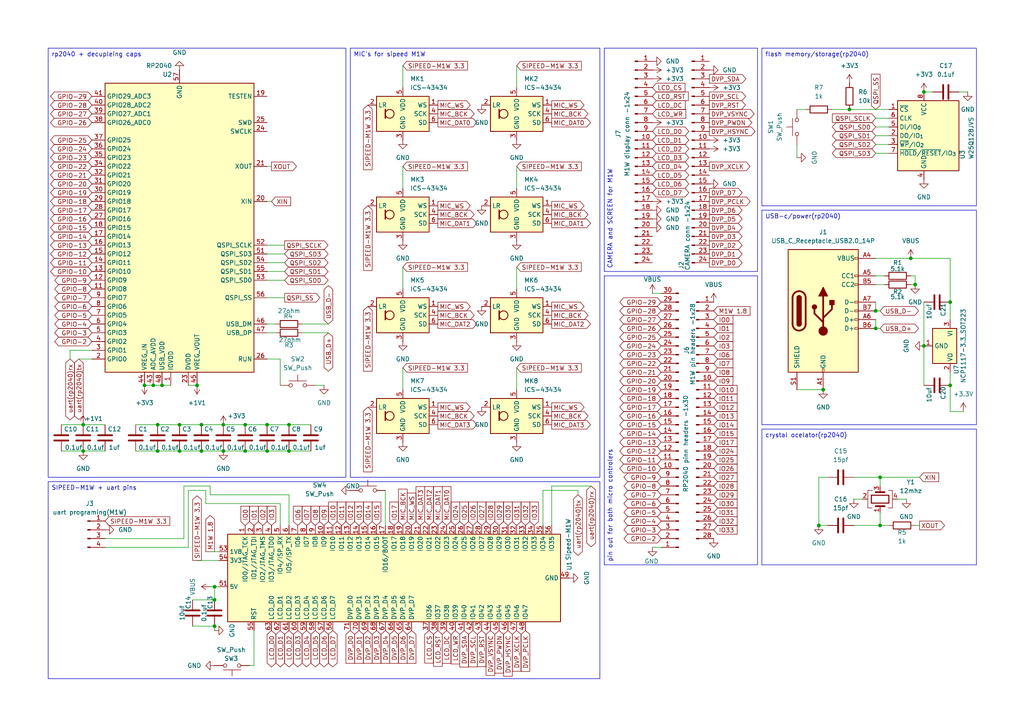
<source format=kicad_sch>
(kicad_sch (version 20250114) (generator "eeschema") (generator_version "9.0")
  (paper "A4")
  (text_box "MIC's for sipeed M1W" (at 101.6 13.97 0) (size 72.39 124.46) (margins 0.9525 0.9525 0.9525 0.9525) (effects (font (size 1.27 1.27)) (justify left top)))
  (text_box "flash memory/storage(rp2040)" (at 220.98 13.97 0) (size 62.23 45.72) (margins 0.9525 0.9525 0.9525 0.9525) (effects (font (size 1.27 1.27)) (justify left top)))
  (text_box "pin out for both micro controlers" (at 175.26 80.01 90) (size 44.45 83.82) (margins 0.9525 0.9525 0.9525 0.9525) (effects (font (size 1.27 1.27)) (justify left top)))
  (text_box "SIPEED-M1W + uart pins" (at 13.97 139.7 0) (size 160.02 57.15) (margins 0.9525 0.9525 0.9525 0.9525) (effects (font (size 1.27 1.27)) (justify left top)))
  (text_box "crystal ocelator(rp2040)" (at 220.98 124.46 0) (size 62.23 39.37) (margins 0.9525 0.9525 0.9525 0.9525) (effects (font (size 1.27 1.27)) (justify left top)))
  (text_box "rp2040 + decupleing caps" (at 13.97 13.97 0) (size 86.36 124.46) (margins 0.9525 0.9525 0.9525 0.9525) (effects (font (size 1.27 1.27)) (justify left top)))
  (text_box "CAMERA and SCREEN for M1W" (at 175.26 13.97 90) (size 44.45 64.77) (margins 0.9525 0.9525 0.9525 0.9525) (effects (font (size 1.27 1.27)) (justify left top)))
  (text_box "USB-c/power(rp2040)" (at 220.98 60.96 0) (size 62.23 62.23) (margins 0.9525 0.9525 0.9525 0.9525) (effects (font (size 1.27 1.27)) (justify left top)))
  (junction (at 45.72 123.19))
  (junction (at 265.43 82.55))
  (junction (at 238.76 113.03))
  (junction (at 24.13 130.81))
  (junction (at 264.16 74.93))
  (junction (at 275.59 87.63))
  (junction (at 46.99 111.76))
  (junction (at 64.77 123.19))
  (junction (at 83.82 130.81))
  (junction (at 44.45 111.76))
  (junction (at 246.38 31.75))
  (junction (at 62.23 170.18))
  (junction (at 57.15 111.76))
  (junction (at 52.07 123.19))
  (junction (at 254 90.17))
  (junction (at 45.72 130.81))
  (junction (at 267.97 26.67))
  (junction (at 237.49 152.4))
  (junction (at 255.27 138.43))
  (junction (at 83.82 123.19))
  (junction (at 255.27 152.4))
  (junction (at 62.23 173.99))
  (junction (at 62.23 181.61))
  (junction (at 71.12 123.19))
  (junction (at 58.42 123.19))
  (junction (at 254 95.25))
  (junction (at 267.97 100.33))
  (junction (at 52.07 130.81))
  (junction (at 24.13 123.19))
  (junction (at 58.42 130.81))
  (junction (at 41.91 111.76))
  (junction (at 71.12 130.81))
  (junction (at 77.47 130.81))
  (junction (at 64.77 130.81))
  (junction (at 275.59 111.76))
  (junction (at 77.47 123.19))
  (wire (pts (xy 255.27 138.43) (xy 255.27 140.97)))
  (wire (pts (xy 78.74 58.42) (xy 77.47 58.42)))
  (wire (pts (xy 57.15 111.76) (xy 54.61 111.76)))
  (wire (pts (xy 83.82 130.81) (xy 90.17 130.81)))
  (wire (pts (xy 60.96 160.02) (xy 63.5 160.02)))
  (wire (pts (xy 81.28 152.4) (xy 81.28 146.05)))
  (wire (pts (xy 83.82 143.51) (xy 83.82 152.4)))
  (wire (pts (xy 49.53 111.76) (xy 46.99 111.76)))
  (wire (pts (xy 55.88 173.99) (xy 62.23 173.99)))
  (wire (pts (xy 83.82 143.51) (xy 60.96 143.51)))
  (wire (pts (xy 116.84 77.47) (xy 116.84 83.82)))
  (wire (pts (xy 59.69 146.05) (xy 59.69 142.24)))
  (wire (pts (xy 44.45 111.76) (xy 41.91 111.76)))
  (wire (pts (xy 82.55 76.2) (xy 77.47 76.2)))
  (wire (pts (xy 264.16 74.93) (xy 275.59 74.93)))
  (wire (pts (xy 58.42 123.19) (xy 64.77 123.19)))
  (wire (pts (xy 278.13 26.67) (xy 280.67 26.67)))
  (wire (pts (xy 254 34.29) (xy 257.81 34.29)))
  (wire (pts (xy 254 41.91) (xy 257.81 41.91)))
  (wire (pts (xy 60.96 143.51) (xy 60.96 140.97)))
  (wire (pts (xy 95.25 96.52) (xy 87.63 96.52)))
  (wire (pts (xy 45.72 130.81) (xy 52.07 130.81)))
  (wire (pts (xy 95.25 93.98) (xy 87.63 93.98)))
  (wire (pts (xy 275.59 111.76) (xy 275.59 119.38)))
  (wire (pts (xy 64.77 123.19) (xy 71.12 123.19)))
  (wire (pts (xy 240.03 152.4) (xy 237.49 152.4)))
  (wire (pts (xy 46.99 111.76) (xy 44.45 111.76)))
  (wire (pts (xy 149.86 19.05) (xy 149.86 25.4)))
  (wire (pts (xy 53.34 156.21) (xy 30.48 156.21)))
  (wire (pts (xy 231.14 113.03) (xy 238.76 113.03)))
  (wire (pts (xy 71.12 123.19) (xy 77.47 123.19)))
  (wire (pts (xy 247.65 144.78) (xy 250.19 144.78)))
  (wire (pts (xy 254 87.63) (xy 254 90.17)))
  (wire (pts (xy 247.65 138.43) (xy 255.27 138.43)))
  (wire (pts (xy 255.27 152.4) (xy 257.81 152.4)))
  (wire (pts (xy 17.78 130.81) (xy 24.13 130.81)))
  (wire (pts (xy 82.55 78.74) (xy 77.47 78.74)))
  (wire (pts (xy 149.86 106.68) (xy 149.86 113.03)))
  (wire (pts (xy 71.12 130.81) (xy 77.47 130.81)))
  (wire (pts (xy 17.78 123.19) (xy 24.13 123.19)))
  (wire (pts (xy 54.61 142.24) (xy 54.61 158.75)))
  (wire (pts (xy 254 36.83) (xy 257.81 36.83)))
  (wire (pts (xy 254 90.17) (xy 255.27 90.17)))
  (wire (pts (xy 275.59 119.38) (xy 279.4 119.38)))
  (wire (pts (xy 167.64 142.24) (xy 157.48 142.24)))
  (wire (pts (xy 255.27 138.43) (xy 266.7 138.43)))
  (wire (pts (xy 73.66 182.88) (xy 73.66 193.04)))
  (wire (pts (xy 20.32 104.14) (xy 20.32 101.6)))
  (wire (pts (xy 60.96 140.97) (xy 53.34 140.97)))
  (wire (pts (xy 116.84 106.68) (xy 116.84 113.03)))
  (wire (pts (xy 254 39.37) (xy 257.81 39.37)))
  (wire (pts (xy 260.35 144.78) (xy 262.89 144.78)))
  (wire (pts (xy 82.55 86.36) (xy 77.47 86.36)))
  (wire (pts (xy 77.47 123.19) (xy 83.82 123.19)))
  (wire (pts (xy 111.76 142.24) (xy 111.76 152.4)))
  (wire (pts (xy 81.28 146.05) (xy 59.69 146.05)))
  (wire (pts (xy 265.43 80.01) (xy 265.43 82.55)))
  (wire (pts (xy 39.37 130.81) (xy 45.72 130.81)))
  (wire (pts (xy 62.23 173.99) (xy 62.23 170.18)))
  (wire (pts (xy 82.55 73.66) (xy 77.47 73.66)))
  (wire (pts (xy 254 95.25) (xy 255.27 95.25)))
  (wire (pts (xy 78.74 48.26) (xy 77.47 48.26)))
  (wire (pts (xy 53.34 140.97) (xy 53.34 156.21)))
  (wire (pts (xy 62.23 182.88) (xy 62.23 181.61)))
  (wire (pts (xy 45.72 123.19) (xy 52.07 123.19)))
  (wire (pts (xy 267.97 26.67) (xy 270.51 26.67)))
  (wire (pts (xy 116.84 48.26) (xy 116.84 54.61)))
  (wire (pts (xy 157.48 142.24) (xy 157.48 152.4)))
  (wire (pts (xy 254 80.01) (xy 256.54 80.01)))
  (wire (pts (xy 265.43 152.4) (xy 266.7 152.4)))
  (wire (pts (xy 149.86 48.26) (xy 149.86 54.61)))
  (wire (pts (xy 57.15 162.56) (xy 63.5 162.56)))
  (wire (pts (xy 55.88 181.61) (xy 62.23 181.61)))
  (wire (pts (xy 39.37 123.19) (xy 45.72 123.19)))
  (wire (pts (xy 255.27 152.4) (xy 255.27 148.59)))
  (wire (pts (xy 231.14 45.72) (xy 231.14 41.91)))
  (wire (pts (xy 52.07 130.81) (xy 58.42 130.81)))
  (wire (pts (xy 83.82 123.19) (xy 90.17 123.19)))
  (wire (pts (xy 58.42 130.81) (xy 64.77 130.81)))
  (wire (pts (xy 264.16 80.01) (xy 265.43 80.01)))
  (wire (pts (xy 189.23 158.75) (xy 191.77 158.75)))
  (wire (pts (xy 167.64 143.51) (xy 167.64 142.24)))
  (wire (pts (xy 77.47 130.81) (xy 83.82 130.81)))
  (wire (pts (xy 80.01 93.98) (xy 77.47 93.98)))
  (wire (pts (xy 60.96 170.18) (xy 62.23 170.18)))
  (wire (pts (xy 189.23 85.09) (xy 191.77 85.09)))
  (wire (pts (xy 275.59 107.95) (xy 275.59 111.76)))
  (wire (pts (xy 160.02 140.97) (xy 160.02 152.4)))
  (wire (pts (xy 80.01 96.52) (xy 77.47 96.52)))
  (wire (pts (xy 254 92.71) (xy 254 95.25)))
  (wire (pts (xy 247.65 152.4) (xy 255.27 152.4)))
  (wire (pts (xy 52.07 123.19) (xy 58.42 123.19)))
  (wire (pts (xy 149.86 77.47) (xy 149.86 83.82)))
  (wire (pts (xy 267.97 100.33) (xy 267.97 111.76)))
  (wire (pts (xy 73.66 193.04) (xy 72.39 193.04)))
  (wire (pts (xy 24.13 130.81) (xy 30.48 130.81)))
  (wire (pts (xy 77.47 104.14) (xy 81.28 104.14)))
  (wire (pts (xy 171.45 140.97) (xy 160.02 140.97)))
  (wire (pts (xy 241.3 31.75) (xy 246.38 31.75)))
  (wire (pts (xy 254 82.55) (xy 256.54 82.55)))
  (wire (pts (xy 246.38 31.75) (xy 257.81 31.75)))
  (wire (pts (xy 116.84 19.05) (xy 116.84 25.4)))
  (wire (pts (xy 81.28 104.14) (xy 81.28 111.76)))
  (wire (pts (xy 22.86 104.14) (xy 26.67 104.14)))
  (wire (pts (xy 91.44 111.76) (xy 93.98 111.76)))
  (wire (pts (xy 54.61 158.75) (xy 30.48 158.75)))
  (wire (pts (xy 82.55 71.12) (xy 77.47 71.12)))
  (wire (pts (xy 275.59 87.63) (xy 275.59 92.71)))
  (wire (pts (xy 264.16 82.55) (xy 265.43 82.55)))
  (wire (pts (xy 267.97 87.63) (xy 267.97 100.33)))
  (wire (pts (xy 59.69 142.24) (xy 54.61 142.24)))
  (wire (pts (xy 24.13 123.19) (xy 30.48 123.19)))
  (wire (pts (xy 64.77 130.81) (xy 71.12 130.81)))
  (wire (pts (xy 254 74.93) (xy 264.16 74.93)))
  (wire (pts (xy 237.49 152.4) (xy 237.49 138.43)))
  (wire (pts (xy 254 44.45) (xy 257.81 44.45)))
  (wire (pts (xy 275.59 74.93) (xy 275.59 87.63)))
  (wire (pts (xy 82.55 81.28) (xy 77.47 81.28)))
  (wire (pts (xy 231.14 31.75) (xy 233.68 31.75)))
  (wire (pts (xy 62.23 170.18) (xy 63.5 170.18)))
  (wire (pts (xy 20.32 101.6) (xy 26.67 101.6)))
  (wire (pts (xy 237.49 138.43) (xy 240.03 138.43)))
  (global_label "IO3" (shape input) (at 207.01 100.33 0) (property "Intersheetrefs" "${INTERSHEET_REFS}" (effects (hide yes))))
  (global_label "IO11" (shape input) (at 99.06 152.4 90) (property "Intersheetrefs" "${INTERSHEET_REFS}" (effects (hide yes))))
  (global_label "MIC_DAT3" (shape input) (at 121.92 152.4 90) (property "Intersheetrefs" "${INTERSHEET_REFS}" (effects (hide yes))))
  (global_label "GPIO-29" (shape bidirectional) (at 191.77 87.63 180) (property "Intersheetrefs" "${INTERSHEET_REFS}" (effects (hide yes))))
  (global_label "LCD_D0" (shape bidirectional) (at 78.74 182.88 270) (property "Intersheetrefs" "${INTERSHEET_REFS}" (effects (hide yes))))
  (global_label "GPIO-24" (shape bidirectional) (at 26.67 43.18 180) (property "Intersheetrefs" "${INTERSHEET_REFS}" (effects (hide yes))))
  (global_label "MIC_BCK" (shape output) (at 127 91.44 0) (property "Intersheetrefs" "${INTERSHEET_REFS}" (effects (hide yes))))
  (global_label "SIPEED-M1W 3.3" (shape input) (at 106.68 59.69 270) (property "Intersheetrefs" "${INTERSHEET_REFS}" (effects (hide yes))))
  (global_label "LCD_DC" (shape input) (at 189.23 30.48 0) (property "Intersheetrefs" "${INTERSHEET_REFS}" (effects (hide yes))))
  (global_label "IO13" (shape input) (at 104.14 152.4 90) (property "Intersheetrefs" "${INTERSHEET_REFS}" (effects (hide yes))))
  (global_label "uart(rp2040)tx" (shape bidirectional) (at 167.64 143.51 270) (property "Intersheetrefs" "${INTERSHEET_REFS}" (effects (hide yes))))
  (global_label "MIC_BCK" (shape input) (at 116.84 152.4 90) (property "Intersheetrefs" "${INTERSHEET_REFS}" (effects (hide yes))))
  (global_label "GPIO-3" (shape bidirectional) (at 26.67 96.52 180) (property "Intersheetrefs" "${INTERSHEET_REFS}" (effects (hide yes))))
  (global_label "GPIO-8" (shape bidirectional) (at 26.67 83.82 180) (property "Intersheetrefs" "${INTERSHEET_REFS}" (effects (hide yes))))
  (global_label "DVP_D5" (shape output) (at 205.74 63.5 0) (property "Intersheetrefs" "${INTERSHEET_REFS}" (effects (hide yes))))
  (global_label "GPIO-7" (shape bidirectional) (at 26.67 86.36 180) (property "Intersheetrefs" "${INTERSHEET_REFS}" (effects (hide yes))))
  (global_label "LCD_CS" (shape input) (at 189.23 25.4 0) (property "Intersheetrefs" "${INTERSHEET_REFS}" (effects (hide yes))))
  (global_label "DVP_D6" (shape output) (at 205.74 60.96 0) (property "Intersheetrefs" "${INTERSHEET_REFS}" (effects (hide yes))))
  (global_label "MIC_WS" (shape output) (at 160.02 59.69 0) (property "Intersheetrefs" "${INTERSHEET_REFS}" (effects (hide yes))))
  (global_label "DVP_D2" (shape input) (at 106.68 182.88 270) (property "Intersheetrefs" "${INTERSHEET_REFS}" (effects (hide yes))))
  (global_label "GPIO-21" (shape bidirectional) (at 26.67 50.8 180) (property "Intersheetrefs" "${INTERSHEET_REFS}" (effects (hide yes))))
  (global_label "IO9" (shape input) (at 207.01 110.49 0) (property "Intersheetrefs" "${INTERSHEET_REFS}" (effects (hide yes))))
  (global_label "MIC_DAT0" (shape output) (at 127 35.56 0) (property "Intersheetrefs" "${INTERSHEET_REFS}" (effects (hide yes))))
  (global_label "GPIO-27" (shape bidirectional) (at 191.77 92.71 180) (property "Intersheetrefs" "${INTERSHEET_REFS}" (effects (hide yes))))
  (global_label "LCD_D3" (shape bidirectional) (at 189.23 45.72 0) (property "Intersheetrefs" "${INTERSHEET_REFS}" (effects (hide yes))))
  (global_label "GPIO-13" (shape bidirectional) (at 26.67 71.12 180) (property "Intersheetrefs" "${INTERSHEET_REFS}" (effects (hide yes))))
  (global_label "IO30" (shape input) (at 147.32 152.4 90) (property "Intersheetrefs" "${INTERSHEET_REFS}" (effects (hide yes))))
  (global_label "GPIO-12" (shape bidirectional) (at 26.67 73.66 180) (property "Intersheetrefs" "${INTERSHEET_REFS}" (effects (hide yes))))
  (global_label "uart(rp2040)tx" (shape bidirectional) (at 22.86 104.14 270) (property "Intersheetrefs" "${INTERSHEET_REFS}" (effects (hide yes))))
  (global_label "MIC_BCK" (shape output) (at 160.02 33.02 0) (property "Intersheetrefs" "${INTERSHEET_REFS}" (effects (hide yes))))
  (global_label "IO6" (shape input) (at 86.36 152.4 90) (property "Intersheetrefs" "${INTERSHEET_REFS}" (effects (hide yes))))
  (global_label "DVP_D1" (shape input) (at 104.14 182.88 270) (property "Intersheetrefs" "${INTERSHEET_REFS}" (effects (hide yes))))
  (global_label "uart(rp2040)rx" (shape bidirectional) (at 20.32 104.14 270) (property "Intersheetrefs" "${INTERSHEET_REFS}" (effects (hide yes))))
  (global_label "GPIO-3" (shape bidirectional) (at 191.77 153.67 180) (property "Intersheetrefs" "${INTERSHEET_REFS}" (effects (hide yes))))
  (global_label "DVP_D4" (shape output) (at 205.74 66.04 0) (property "Intersheetrefs" "${INTERSHEET_REFS}" (effects (hide yes))))
  (global_label "XIN" (shape input) (at 266.7 138.43 0) (property "Intersheetrefs" "${INTERSHEET_REFS}" (effects (hide yes))))
  (global_label "IO12" (shape input) (at 207.01 118.11 0) (property "Intersheetrefs" "${INTERSHEET_REFS}" (effects (hide yes))))
  (global_label "QSPI_SD3" (shape bidirectional) (at 254 44.45 180) (property "Intersheetrefs" "${INTERSHEET_REFS}" (effects (hide yes))))
  (global_label "GPIO-26" (shape bidirectional) (at 191.77 95.25 180) (property "Intersheetrefs" "${INTERSHEET_REFS}" (effects (hide yes))))
  (global_label "IO8" (shape input) (at 207.01 107.95 0) (property "Intersheetrefs" "${INTERSHEET_REFS}" (effects (hide yes))))
  (global_label "SIPEED-M1W 3.3" (shape input) (at 106.68 88.9 270) (property "Intersheetrefs" "${INTERSHEET_REFS}" (effects (hide yes))))
  (global_label "GPIO-15" (shape bidirectional) (at 191.77 123.19 180) (property "Intersheetrefs" "${INTERSHEET_REFS}" (effects (hide yes))))
  (global_label "IO2" (shape input) (at 207.01 97.79 0) (property "Intersheetrefs" "${INTERSHEET_REFS}" (effects (hide yes))))
  (global_label "GPIO-21" (shape bidirectional) (at 191.77 107.95 180) (property "Intersheetrefs" "${INTERSHEET_REFS}" (effects (hide yes))))
  (global_label "MIC_BCK" (shape output) (at 160.02 62.23 0) (property "Intersheetrefs" "${INTERSHEET_REFS}" (effects (hide yes))))
  (global_label "QSPI_SD1" (shape bidirectional) (at 254 39.37 180) (property "Intersheetrefs" "${INTERSHEET_REFS}" (effects (hide yes))))
  (global_label "DVP_RST" (shape input) (at 139.7 182.88 270) (property "Intersheetrefs" "${INTERSHEET_REFS}" (effects (hide yes))))
  (global_label "DVP_PCLK" (shape input) (at 152.4 182.88 270) (property "Intersheetrefs" "${INTERSHEET_REFS}" (effects (hide yes))))
  (global_label "IO32" (shape input) (at 152.4 152.4 90) (property "Intersheetrefs" "${INTERSHEET_REFS}" (effects (hide yes))))
  (global_label "MIC_WS" (shape input) (at 119.38 152.4 90) (property "Intersheetrefs" "${INTERSHEET_REFS}" (effects (hide yes))))
  (global_label "DVP_D5" (shape input) (at 114.3 182.88 270) (property "Intersheetrefs" "${INTERSHEET_REFS}" (effects (hide yes))))
  (global_label "GPIO-13" (shape bidirectional) (at 191.77 128.27 180) (property "Intersheetrefs" "${INTERSHEET_REFS}" (effects (hide yes))))
  (global_label "LCD_RST" (shape input) (at 189.23 27.94 0) (property "Intersheetrefs" "${INTERSHEET_REFS}" (effects (hide yes))))
  (global_label "MIC_WS" (shape output) (at 160.02 30.48 0) (property "Intersheetrefs" "${INTERSHEET_REFS}" (effects (hide yes))))
  (global_label "DVP_D4" (shape input) (at 111.76 182.88 270) (property "Intersheetrefs" "${INTERSHEET_REFS}" (effects (hide yes))))
  (global_label "GPIO-25" (shape bidirectional) (at 26.67 40.64 180) (property "Intersheetrefs" "${INTERSHEET_REFS}" (effects (hide yes))))
  (global_label "SIPEED-M1W 3.3" (shape input) (at 149.86 106.68 0) (property "Intersheetrefs" "${INTERSHEET_REFS}" (effects (hide yes))))
  (global_label "IO17" (shape input) (at 114.3 152.4 90) (property "Intersheetrefs" "${INTERSHEET_REFS}" (effects (hide yes))))
  (global_label "XOUT" (shape output) (at 78.74 48.26 0) (property "Intersheetrefs" "${INTERSHEET_REFS}" (effects (hide yes))))
  (global_label "GPIO-18" (shape bidirectional) (at 26.67 58.42 180) (property "Intersheetrefs" "${INTERSHEET_REFS}" (effects (hide yes))))
  (global_label "GPIO-28" (shape bidirectional) (at 26.67 30.48 180) (property "Intersheetrefs" "${INTERSHEET_REFS}" (effects (hide yes))))
  (global_label "SIPEED-M1W 3.3" (shape input) (at 116.84 106.68 0) (property "Intersheetrefs" "${INTERSHEET_REFS}" (effects (hide yes))))
  (global_label "GPIO-11" (shape bidirectional) (at 191.77 133.35 180) (property "Intersheetrefs" "${INTERSHEET_REFS}" (effects (hide yes))))
  (global_label "GPIO-28" (shape bidirectional) (at 191.77 90.17 180) (property "Intersheetrefs" "${INTERSHEET_REFS}" (effects (hide yes))))
  (global_label "IO10" (shape input) (at 207.01 113.03 0) (property "Intersheetrefs" "${INTERSHEET_REFS}" (effects (hide yes))))
  (global_label "IO2" (shape input) (at 76.2 152.4 90) (property "Intersheetrefs" "${INTERSHEET_REFS}" (effects (hide yes))))
  (global_label "MIC_BCK" (shape output) (at 160.02 91.44 0) (property "Intersheetrefs" "${INTERSHEET_REFS}" (effects (hide yes))))
  (global_label "DVP_SDA" (shape output) (at 205.74 22.86 0) (property "Intersheetrefs" "${INTERSHEET_REFS}" (effects (hide yes))))
  (global_label "MIC_WS" (shape output) (at 160.02 118.11 0) (property "Intersheetrefs" "${INTERSHEET_REFS}" (effects (hide yes))))
  (global_label "DVP_RST" (shape output) (at 205.74 30.48 0) (property "Intersheetrefs" "${INTERSHEET_REFS}" (effects (hide yes))))
  (global_label "MIC_DAT2" (shape input) (at 124.46 152.4 90) (property "Intersheetrefs" "${INTERSHEET_REFS}" (effects (hide yes))))
  (global_label "SIPEED-M1W 3.3" (shape input) (at 149.86 77.47 0) (property "Intersheetrefs" "${INTERSHEET_REFS}" (effects (hide yes))))
  (global_label "QSPI_SD1" (shape bidirectional) (at 82.55 78.74 0) (property "Intersheetrefs" "${INTERSHEET_REFS}" (effects (hide yes))))
  (global_label "MIC_BCK" (shape output) (at 127 62.23 0) (property "Intersheetrefs" "${INTERSHEET_REFS}" (effects (hide yes))))
  (global_label "IO29" (shape input) (at 144.78 152.4 90) (property "Intersheetrefs" "${INTERSHEET_REFS}" (effects (hide yes))))
  (global_label "SIPEED-M1W 3.3" (shape input) (at 106.68 118.11 270) (property "Intersheetrefs" "${INTERSHEET_REFS}" (effects (hide yes))))
  (global_label "QSPI_SD2" (shape bidirectional) (at 254 41.91 180) (property "Intersheetrefs" "${INTERSHEET_REFS}" (effects (hide yes))))
  (global_label "QSPI_SD3" (shape bidirectional) (at 82.55 73.66 0) (property "Intersheetrefs" "${INTERSHEET_REFS}" (effects (hide yes))))
  (global_label "XOUT" (shape output) (at 266.7 152.4 0) (property "Intersheetrefs" "${INTERSHEET_REFS}" (effects (hide yes))))
  (global_label "IO33" (shape input) (at 154.94 152.4 90) (property "Intersheetrefs" "${INTERSHEET_REFS}" (effects (hide yes))))
  (global_label "IO10" (shape input) (at 96.52 152.4 90) (property "Intersheetrefs" "${INTERSHEET_REFS}" (effects (hide yes))))
  (global_label "MIC_WS" (shape output) (at 160.02 88.9 0) (property "Intersheetrefs" "${INTERSHEET_REFS}" (effects (hide yes))))
  (global_label "GPIO-17" (shape bidirectional) (at 26.67 60.96 180) (property "Intersheetrefs" "${INTERSHEET_REFS}" (effects (hide yes))))
  (global_label "GPIO-5" (shape bidirectional) (at 26.67 91.44 180) (property "Intersheetrefs" "${INTERSHEET_REFS}" (effects (hide yes))))
  (global_label "LCD_CS" (shape input) (at 124.46 182.88 270) (property "Intersheetrefs" "${INTERSHEET_REFS}" (effects (hide yes))))
  (global_label "LCD_D7" (shape bidirectional) (at 96.52 182.88 270) (property "Intersheetrefs" "${INTERSHEET_REFS}" (effects (hide yes))))
  (global_label "IO28" (shape input) (at 142.24 152.4 90) (property "Intersheetrefs" "${INTERSHEET_REFS}" (effects (hide yes))))
  (global_label "DVP_D7" (shape input) (at 119.38 182.88 270) (property "Intersheetrefs" "${INTERSHEET_REFS}" (effects (hide yes))))
  (global_label "IO26" (shape input) (at 137.16 152.4 90) (property "Intersheetrefs" "${INTERSHEET_REFS}" (effects (hide yes))))
  (global_label "GPIO-6" (shape bidirectional) (at 191.77 146.05 180) (property "Intersheetrefs" "${INTERSHEET_REFS}" (effects (hide yes))))
  (global_label "GPIO-19" (shape bidirectional) (at 191.77 113.03 180) (property "Intersheetrefs" "${INTERSHEET_REFS}" (effects (hide yes))))
  (global_label "IO14" (shape input) (at 207.01 123.19 0) (property "Intersheetrefs" "${INTERSHEET_REFS}" (effects (hide yes))))
  (global_label "GPIO-19" (shape bidirectional) (at 26.67 55.88 180) (property "Intersheetrefs" "${INTERSHEET_REFS}" (effects (hide yes))))
  (global_label "MIC_BCK" (shape output) (at 127 33.02 0) (property "Intersheetrefs" "${INTERSHEET_REFS}" (effects (hide yes))))
  (global_label "IO27" (shape input) (at 207.01 138.43 0) (property "Intersheetrefs" "${INTERSHEET_REFS}" (effects (hide yes))))
  (global_label "MIC_DAT2" (shape output) (at 127 93.98 0) (property "Intersheetrefs" "${INTERSHEET_REFS}" (effects (hide yes))))
  (global_label "MIC_BCK" (shape output) (at 127 120.65 0) (property "Intersheetrefs" "${INTERSHEET_REFS}" (effects (hide yes))))
  (global_label "DVP_HSYNC" (shape output) (at 205.74 38.1 0) (property "Intersheetrefs" "${INTERSHEET_REFS}" (effects (hide yes))))
  (global_label "DVP_D3" (shape output) (at 205.74 68.58 0) (property "Intersheetrefs" "${INTERSHEET_REFS}" (effects (hide yes))))
  (global_label "GPIO-29" (shape bidirectional) (at 26.67 27.94 180) (property "Intersheetrefs" "${INTERSHEET_REFS}" (effects (hide yes))))
  (global_label "GPIO-2" (shape bidirectional) (at 26.67 99.06 180) (property "Intersheetrefs" "${INTERSHEET_REFS}" (effects (hide yes))))
  (global_label "DVP_VSYNC" (shape output) (at 205.74 33.02 0) (property "Intersheetrefs" "${INTERSHEET_REFS}" (effects (hide yes))))
  (global_label "DVP_SCL" (shape input) (at 137.16 182.88 270) (property "Intersheetrefs" "${INTERSHEET_REFS}" (effects (hide yes))))
  (global_label "DVP_D0" (shape output) (at 205.74 76.2 0) (property "Intersheetrefs" "${INTERSHEET_REFS}" (effects (hide yes))))
  (global_label "QSPI_SCLK" (shape output) (at 82.55 71.12 0) (property "Intersheetrefs" "${INTERSHEET_REFS}" (effects (hide yes))))
  (global_label "IO31" (shape input) (at 149.86 152.4 90) (property "Intersheetrefs" "${INTERSHEET_REFS}" (effects (hide yes))))
  (global_label "GPIO-7" (shape bidirectional) (at 191.77 143.51 180) (property "Intersheetrefs" "${INTERSHEET_REFS}" (effects (hide yes))))
  (global_label "GPIO-4" (shape bidirectional) (at 26.67 93.98 180) (property "Intersheetrefs" "${INTERSHEET_REFS}" (effects (hide yes))))
  (global_label "IO30" (shape input) (at 207.01 146.05 0) (property "Intersheetrefs" "${INTERSHEET_REFS}" (effects (hide yes))))
  (global_label "IO13" (shape input) (at 207.01 120.65 0) (property "Intersheetrefs" "${INTERSHEET_REFS}" (effects (hide yes))))
  (global_label "DVP_HSYNC" (shape input) (at 147.32 182.88 270) (property "Intersheetrefs" "${INTERSHEET_REFS}" (effects (hide yes))))
  (global_label "DVP_PCLK" (shape output) (at 205.74 58.42 0) (property "Intersheetrefs" "${INTERSHEET_REFS}" (effects (hide yes))))
  (global_label "DVP_VSYNC" (shape input) (at 142.24 182.88 270) (property "Intersheetrefs" "${INTERSHEET_REFS}" (effects (hide yes))))
  (global_label "GPIO-18" (shape bidirectional) (at 191.77 115.57 180) (property "Intersheetrefs" "${INTERSHEET_REFS}" (effects (hide yes))))
  (global_label "MIC_DAT1" (shape output) (at 127 64.77 0) (property "Intersheetrefs" "${INTERSHEET_REFS}" (effects (hide yes))))
  (global_label "LCD_D4" (shape bidirectional) (at 189.23 48.26 0) (property "Intersheetrefs" "${INTERSHEET_REFS}" (effects (hide yes))))
  (global_label "IO0" (shape input) (at 71.12 152.4 90) (property "Intersheetrefs" "${INTERSHEET_REFS}" (effects (hide yes))))
  (global_label "IO1" (shape input) (at 207.01 95.25 0) (property "Intersheetrefs" "${INTERSHEET_REFS}" (effects (hide yes))))
  (global_label "GPIO-22" (shape bidirectional) (at 26.67 48.26 180) (property "Intersheetrefs" "${INTERSHEET_REFS}" (effects (hide yes))))
  (global_label "GPIO-16" (shape bidirectional) (at 191.77 120.65 180) (property "Intersheetrefs" "${INTERSHEET_REFS}" (effects (hide yes))))
  (global_label "LCD_D4" (shape bidirectional) (at 88.9 182.88 270) (property "Intersheetrefs" "${INTERSHEET_REFS}" (effects (hide yes))))
  (global_label "XIN" (shape input) (at 78.74 58.42 0) (property "Intersheetrefs" "${INTERSHEET_REFS}" (effects (hide yes))))
  (global_label "IO33" (shape input) (at 207.01 153.67 0) (property "Intersheetrefs" "${INTERSHEET_REFS}" (effects (hide yes))))
  (global_label "IO24" (shape input) (at 207.01 130.81 0) (property "Intersheetrefs" "${INTERSHEET_REFS}" (effects (hide yes))))
  (global_label "SIPEED-M1W 3.3" (shape input) (at 30.48 151.13 0) (property "Intersheetrefs" "${INTERSHEET_REFS}" (effects (hide yes))))
  (global_label "LCD_D3" (shape bidirectional) (at 86.36 182.88 270) (property "Intersheetrefs" "${INTERSHEET_REFS}" (effects (hide yes))))
  (global_label "MIC_DAT2" (shape output) (at 160.02 93.98 0) (property "Intersheetrefs" "${INTERSHEET_REFS}" (effects (hide yes))))
  (global_label "MIC_DAT0" (shape input) (at 129.54 152.4 90) (property "Intersheetrefs" "${INTERSHEET_REFS}" (effects (hide yes))))
  (global_label "DVP_SCL" (shape output) (at 205.74 27.94 0) (property "Intersheetrefs" "${INTERSHEET_REFS}" (effects (hide yes))))
  (global_label "MIC_DAT0" (shape output) (at 160.02 35.56 0) (property "Intersheetrefs" "${INTERSHEET_REFS}" (effects (hide yes))))
  (global_label "GPIO-6" (shape bidirectional) (at 26.67 88.9 180) (property "Intersheetrefs" "${INTERSHEET_REFS}" (effects (hide yes))))
  (global_label "MIC_DAT3" (shape output) (at 160.02 123.19 0) (property "Intersheetrefs" "${INTERSHEET_REFS}" (effects (hide yes))))
  (global_label "IO25" (shape input) (at 207.01 133.35 0) (property "Intersheetrefs" "${INTERSHEET_REFS}" (effects (hide yes))))
  (global_label "QSPI_SCLK" (shape input) (at 254 34.29 180) (property "Intersheetrefs" "${INTERSHEET_REFS}" (effects (hide yes))))
  (global_label "IO12" (shape input) (at 101.6 152.4 90) (property "Intersheetrefs" "${INTERSHEET_REFS}" (effects (hide yes))))
  (global_label "GPIO-15" (shape bidirectional) (at 26.67 66.04 180) (property "Intersheetrefs" "${INTERSHEET_REFS}" (effects (hide yes))))
  (global_label "LCD_D0" (shape bidirectional) (at 189.23 38.1 0) (property "Intersheetrefs" "${INTERSHEET_REFS}" (effects (hide yes))))
  (global_label "LCD_D2" (shape bidirectional) (at 83.82 182.88 270) (property "Intersheetrefs" "${INTERSHEET_REFS}" (effects (hide yes))))
  (global_label "SIPEED-M1W 3.3" (shape input) (at 106.68 30.48 270) (property "Intersheetrefs" "${INTERSHEET_REFS}" (effects (hide yes))))
  (global_label "SIPEED-M1W 3.3" (shape input) (at 116.84 19.05 0) (property "Intersheetrefs" "${INTERSHEET_REFS}" (effects (hide yes))))
  (global_label "LCD_DC" (shape input) (at 129.54 182.88 270) (property "Intersheetrefs" "${INTERSHEET_REFS}" (effects (hide yes))))
  (global_label "GPIO-14" (shape bidirectional) (at 191.77 125.73 180) (property "Intersheetrefs" "${INTERSHEET_REFS}" (effects (hide yes))))
  (global_label "IO11" (shape input) (at 207.01 115.57 0) (property "Intersheetrefs" "${INTERSHEET_REFS}" (effects (hide yes))))
  (global_label "DVP_D0" (shape input) (at 101.6 182.88 270) (property "Intersheetrefs" "${INTERSHEET_REFS}" (effects (hide yes))))
  (global_label "LCD_D7" (shape bidirectional) (at 189.23 55.88 0) (property "Intersheetrefs" "${INTERSHEET_REFS}" (effects (hide yes))))
  (global_label "SIPEED-M1W 3.3" (shape input) (at 116.84 48.26 0) (property "Intersheetrefs" "${INTERSHEET_REFS}" (effects (hide yes))))
  (global_label "USB_D+" (shape bidirectional) (at 255.27 95.25 0) (property "Intersheetrefs" "${INTERSHEET_REFS}" (effects (hide yes))))
  (global_label "SIPEED-M1W 3.3" (shape input) (at 149.86 19.05 0) (property "Intersheetrefs" "${INTERSHEET_REFS}" (effects (hide yes))))
  (global_label "IO31" (shape input) (at 207.01 148.59 0) (property "Intersheetrefs" "${INTERSHEET_REFS}" (effects (hide yes))))
  (global_label "GPIO-20" (shape bidirectional) (at 26.67 53.34 180) (property "Intersheetrefs" "${INTERSHEET_REFS}" (effects (hide yes))))
  (global_label "MIC_WS" (shape output) (at 127 118.11 0) (property "Intersheetrefs" "${INTERSHEET_REFS}" (effects (hide yes))))
  (global_label "LCD_D1" (shape bidirectional) (at 189.23 40.64 0) (property "Intersheetrefs" "${INTERSHEET_REFS}" (effects (hide yes))))
  (global_label "LCD_WR" (shape input) (at 132.08 182.88 270) (property "Intersheetrefs" "${INTERSHEET_REFS}" (effects (hide yes))))
  (global_label "QSPI_SD0" (shape bidirectional) (at 82.55 81.28 0) (property "Intersheetrefs" "${INTERSHEET_REFS}" (effects (hide yes))))
  (global_label "IO9" (shape input) (at 93.98 152.4 90) (property "Intersheetrefs" "${INTERSHEET_REFS}" (effects (hide yes))))
  (global_label "GPIO-9" (shape bidirectional) (at 191.77 138.43 180) (property "Intersheetrefs" "${INTERSHEET_REFS}" (effects (hide yes))))
  (global_label "GPIO-10" (shape bidirectional) (at 191.77 135.89 180) (property "Intersheetrefs" "${INTERSHEET_REFS}" (effects (hide yes))))
  (global_label "IO25" (shape input) (at 134.62 152.4 90) (property "Intersheetrefs" "${INTERSHEET_REFS}" (effects (hide yes))))
  (global_label "GPIO-10" (shape bidirectional) (at 26.67 78.74 180) (property "Intersheetrefs" "${INTERSHEET_REFS}" (effects (hide yes))))
  (global_label "IO8" (shape input) (at 91.44 152.4 90) (property "Intersheetrefs" "${INTERSHEET_REFS}" (effects (hide yes))))
  (global_label "GPIO-23" (shape bidirectional) (at 191.77 102.87 180) (property "Intersheetrefs" "${INTERSHEET_REFS}" (effects (hide yes))))
  (global_label "LCD_D6" (shape bidirectional) (at 189.23 53.34 0) (property "Intersheetrefs" "${INTERSHEET_REFS}" (effects (hide yes))))
  (global_label "LCD_WR" (shape input) (at 189.23 33.02 0) (property "Intersheetrefs" "${INTERSHEET_REFS}" (effects (hide yes))))
  (global_label "IO1" (shape input) (at 73.66 152.4 90) (property "Intersheetrefs" "${INTERSHEET_REFS}" (effects (hide yes))))
  (global_label "GPIO-14" (shape bidirectional) (at 26.67 68.58 180) (property "Intersheetrefs" "${INTERSHEET_REFS}" (effects (hide yes))))
  (global_label "GPIO-26" (shape bidirectional) (at 26.67 35.56 180) (property "Intersheetrefs" "${INTERSHEET_REFS}" (effects (hide yes))))
  (global_label "LCD_D5" (shape bidirectional) (at 189.23 50.8 0) (property "Intersheetrefs" "${INTERSHEET_REFS}" (effects (hide yes))))
  (global_label "IO7" (shape input) (at 88.9 152.4 90) (property "Intersheetrefs" "${INTERSHEET_REFS}" (effects (hide yes))))
  (global_label "IO26" (shape input) (at 207.01 135.89 0) (property "Intersheetrefs" "${INTERSHEET_REFS}" (effects (hide yes))))
  (global_label "QSPI_SD0" (shape bidirectional) (at 254 36.83 180) (property "Intersheetrefs" "${INTERSHEET_REFS}" (effects (hide yes))))
  (global_label "DVP_XCLK" (shape output) (at 205.74 48.26 0) (property "Intersheetrefs" "${INTERSHEET_REFS}" (effects (hide yes))))
  (global_label "DVP_D3" (shape input) (at 109.22 182.88 270) (property "Intersheetrefs" "${INTERSHEET_REFS}" (effects (hide yes))))
  (global_label "DVP_PWDN" (shape input) (at 144.78 182.88 270) (property "Intersheetrefs" "${INTERSHEET_REFS}" (effects (hide yes))))
  (global_label "MIC_WS" (shape output) (at 127 88.9 0) (property "Intersheetrefs" "${INTERSHEET_REFS}" (effects (hide yes))))
  (global_label "M1W 1.8" (shape output) (at 60.96 160.02 90) (property "Intersheetrefs" "${INTERSHEET_REFS}" (effects (hide yes))))
  (global_label "LCD_D2" (shape bidirectional) (at 189.23 43.18 0) (property "Intersheetrefs" "${INTERSHEET_REFS}" (effects (hide yes))))
  (global_label "IO7" (shape input) (at 207.01 105.41 0) (property "Intersheetrefs" "${INTERSHEET_REFS}" (effects (hide yes))))
  (global_label "MIC_DAT3" (shape output) (at 127 123.19 0) (property "Intersheetrefs" "${INTERSHEET_REFS}" (effects (hide yes))))
  (global_label "GPIO-22" (shape bidirectional) (at 191.77 105.41 180) (property "Intersheetrefs" "${INTERSHEET_REFS}" (effects (hide yes))))
  (global_label "GPIO-2" (shape bidirectional) (at 191.77 156.21 180) (property "Intersheetrefs" "${INTERSHEET_REFS}" (effects (hide yes))))
  (global_label "MIC_WS" (shape output) (at 127 30.48 0) (property "Intersheetrefs" "${INTERSHEET_REFS}" (effects (hide yes))))
  (global_label "IO24" (shape input) (at 132.08 152.4 90) (property "Intersheetrefs" "${INTERSHEET_REFS}" (effects (hide yes))))
  (global_label "GPIO-9" (shape bidirectional) (at 26.67 81.28 180) (property "Intersheetrefs" "${INTERSHEET_REFS}" (effects (hide yes))))
  (global_label "SIPEED-M1W 3.3" (shape input) (at 116.84 77.47 0) (property "Intersheetrefs" "${INTERSHEET_REFS}" (effects (hide yes))))
  (global_label "GPIO-5" (shape bidirectional) (at 191.77 148.59 180) (property "Intersheetrefs" "${INTERSHEET_REFS}" (effects (hide yes))))
  (global_label "USB_D+" (shape bidirectional) (at 95.25 96.52 270) (property "Intersheetrefs" "${INTERSHEET_REFS}" (effects (hide yes))))
  (global_label "GPIO-27" (shape bidirectional) (at 26.67 33.02 180) (property "Intersheetrefs" "${INTERSHEET_REFS}" (effects (hide yes))))
  (global_label "QSPI_SD2" (shape bidirectional) (at 82.55 76.2 0) (property "Intersheetrefs" "${INTERSHEET_REFS}" (effects (hide yes))))
  (global_label "GPIO-11" (shape bidirectional) (at 26.67 76.2 180) (property "Intersheetrefs" "${INTERSHEET_REFS}" (effects (hide yes))))
  (global_label "LCD_D5" (shape bidirectional) (at 91.44 182.88 270) (property "Intersheetrefs" "${INTERSHEET_REFS}" (effects (hide yes))))
  (global_label "MIC_BCK" (shape output) (at 160.02 120.65 0) (property "Intersheetrefs" "${INTERSHEET_REFS}" (effects (hide yes))))
  (global_label "IO32" (shape input) (at 207.01 151.13 0) (property "Intersheetrefs" "${INTERSHEET_REFS}" (effects (hide yes))))
  (global_label "IO17" (shape input) (at 207.01 128.27 0) (property "Intersheetrefs" "${INTERSHEET_REFS}" (effects (hide yes))))
  (global_label "DVP_XCLK" (shape input) (at 149.86 182.88 270) (property "Intersheetrefs" "${INTERSHEET_REFS}" (effects (hide yes))))
  (global_label "DVP_D7" (shape output) (at 205.74 55.88 0) (property "Intersheetrefs" "${INTERSHEET_REFS}" (effects (hide yes))))
  (global_label "IO15" (shape input) (at 109.22 152.4 90) (property "Intersheetrefs" "${INTERSHEET_REFS}" (effects (hide yes))))
  (global_label "GPIO-17" (shape bidirectional) (at 191.77 118.11 180) (property "Intersheetrefs" "${INTERSHEET_REFS}" (effects (hide yes))))
  (global_label "GPIO-20" (shape bidirectional) (at 191.77 110.49 180) (property "Intersheetrefs" "${INTERSHEET_REFS}" (effects (hide yes))))
  (global_label "DVP_D1" (shape output) (at 205.74 73.66 0) (property "Intersheetrefs" "${INTERSHEET_REFS}" (effects (hide yes))))
  (global_label "GPIO-16" (shape bidirectional) (at 26.67 63.5 180) (property "Intersheetrefs" "${INTERSHEET_REFS}" (effects (hide yes))))
  (global_label "LCD_D6" (shape bidirectional) (at 93.98 182.88 270) (property "Intersheetrefs" "${INTERSHEET_REFS}" (effects (hide yes))))
  (global_label "USB_D-" (shape bidirectional) (at 255.27 90.17 0) (property "Intersheetrefs" "${INTERSHEET_REFS}" (effects (hide yes))))
  (global_label "IO0" (shape input) (at 207.01 92.71 0) (property "Intersheetrefs" "${INTERSHEET_REFS}" (effects (hide yes))))
  (global_label "QSPI_SS" (shape input) (at 254 31.75 90) (property "Intersheetrefs" "${INTERSHEET_REFS}" (effects (hide yes))))
  (global_label "IO29" (shape input) (at 207.01 143.51 0) (property "Intersheetrefs" "${INTERSHEET_REFS}" (effects (hide yes))))
  (global_label "GPIO-8" (shape bidirectional) (at 191.77 140.97 180) (property "Intersheetrefs" "${INTERSHEET_REFS}" (effects (hide yes))))
  (global_label "M1W 1.8" (shape input) (at 207.01 90.17 0) (property "Intersheetrefs" "${INTERSHEET_REFS}" (effects (hide yes))))
  (global_label "IO27" (shape input) (at 139.7 152.4 90) (property "Intersheetrefs" "${INTERSHEET_REFS}" (effects (hide yes))))
  (global_label "GPIO-12" (shape bidirectional) (at 191.77 130.81 180) (property "Intersheetrefs" "${INTERSHEET_REFS}" (effects (hide yes))))
  (global_label "uart(rp2040)rx" (shape bidirectional) (at 171.45 140.97 270) (property "Intersheetrefs" "${INTERSHEET_REFS}" (effects (hide yes))))
  (global_label "MIC_WS" (shape output) (at 127 59.69 0) (property "Intersheetrefs" "${INTERSHEET_REFS}" (effects (hide yes))))
  (global_label "GPIO-25" (shape bidirectional) (at 191.77 97.79 180) (property "Intersheetrefs" "${INTERSHEET_REFS}" (effects (hide yes))))
  (global_label "GPIO-24" (shape bidirectional) (at 191.77 100.33 180) (property "Intersheetrefs" "${INTERSHEET_REFS}" (effects (hide yes))))
  (global_label "GPIO-4" (shape bidirectional) (at 191.77 151.13 180) (property "Intersheetrefs" "${INTERSHEET_REFS}" (effects (hide yes))))
  (global_label "LCD_D1" (shape bidirectional) (at 81.28 182.88 270) (property "Intersheetrefs" "${INTERSHEET_REFS}" (effects (hide yes))))
  (global_label "IO15" (shape input) (at 207.01 125.73 0) (property "Intersheetrefs" "${INTERSHEET_REFS}" (effects (hide yes))))
  (global_label "MIC_DAT1" (shape input) (at 127 152.4 90) (property "Intersheetrefs" "${INTERSHEET_REFS}" (effects (hide yes))))
  (global_label "IO3" (shape input) (at 78.74 152.4 90) (property "Intersheetrefs" "${INTERSHEET_REFS}" (effects (hide yes))))
  (global_label "DVP_D6" (shape input) (at 116.84 182.88 270) (property "Intersheetrefs" "${INTERSHEET_REFS}" (effects (hide yes))))
  (global_label "SIPEED-M1W 3.3" (shape input) (at 149.86 48.26 0) (property "Intersheetrefs" "${INTERSHEET_REFS}" (effects (hide yes))))
  (global_label "GPIO-23" (shape bidirectional) (at 26.67 45.72 180) (property "Intersheetrefs" "${INTERSHEET_REFS}" (effects (hide yes))))
  (global_label "DVP_D2" (shape output) (at 205.74 71.12 0) (property "Intersheetrefs" "${INTERSHEET_REFS}" (effects (hide yes))))
  (global_label "DVP_PWDN" (shape output) (at 205.74 35.56 0) (property "Intersheetrefs" "${INTERSHEET_REFS}" (effects (hide yes))))
  (global_label "LCD_RST" (shape input) (at 127 182.88 270) (property "Intersheetrefs" "${INTERSHEET_REFS}" (effects (hide yes))))
  (global_label "SIPEED-M1W 3.3" (shape output) (at 57.15 162.56 90) (property "Intersheetrefs" "${INTERSHEET_REFS}" (effects (hide yes))))
  (global_label "QSPI_SS" (shape output) (at 82.55 86.36 0) (property "Intersheetrefs" "${INTERSHEET_REFS}" (effects (hide yes))))
  (global_label "IO28" (shape input) (at 207.01 140.97 0) (property "Intersheetrefs" "${INTERSHEET_REFS}" (effects (hide yes))))
  (global_label "IO14" (shape input) (at 106.68 152.4 90) (property "Intersheetrefs" "${INTERSHEET_REFS}" (effects (hide yes))))
  (global_label "USB_D-" (shape bidirectional) (at 95.25 93.98 90) (property "Intersheetrefs" "${INTERSHEET_REFS}" (effects (hide yes))))
  (global_label "DVP_SDA" (shape input) (at 134.62 182.88 270) (property "Intersheetrefs" "${INTERSHEET_REFS}" (effects (hide yes))))
  (global_label "MIC_DAT1" (shape output) (at 160.02 64.77 0) (property "Intersheetrefs" "${INTERSHEET_REFS}" (effects (hide yes))))
  (global_label "IO6" (shape input) (at 207.01 102.87 0) (property "Intersheetrefs" "${INTERSHEET_REFS}" (effects (hide yes))))
  (symbol (lib_id "Device:C") (at 274.32 26.67 90) (unit 1)
    (property "Reference" "C17" (at 274.32 19.05 90))
    (property "Value" "0.1uf" (at 274.32 21.59 90))
    (property "Footprint" "extra footprint:0805" (effects (hide yes)))
    (property "Description" "Unpolarized capacitor" (effects (hide yes)))
  )
  (symbol (lib_id "Device:Crystal_GND24") (at 255.27 144.78 90) (unit 1)
    (property "Reference" "Y1" (at 264.16 139.8268 90))
    (property "Value" "12mhz" (at 264.16 142.3668 90))
    (property "Footprint" "extra footprint:12mhz crystal" (effects (hide yes)))
    (property "Description" "Four pin crystal, GND on pins 2 and 4" (effects (hide yes)))
  )
  (symbol (lib_id "power:GND") (at 205.74 20.32 90) (unit 1)
    (property "Reference" "#PWR037" (effects (hide yes)))
    (property "Value" "GND" (at 209.55 20.3199 90) (effects (justify right)))
    (property "Description" "Power symbol creates a global label with name \"GND\" , ground" (effects (hide yes)))
  )
  (symbol (lib_id "Sensor_Audio:ICS-43434") (at 149.86 62.23 0) (unit 1)
    (property "Reference" "MK4" (at 152.0033 52.07 0) (effects (justify left)))
    (property "Value" "ICS-43434" (at 152.0033 54.61 0) (effects (justify left)))
    (property "Footprint" "Sensor_Audio:InvenSense_ICS-43434-6_3.5x2.65mm" (effects (hide yes)))
    (property "Datasheet" "https://www.invensense.com/wp-content/uploads/2016/02/DS-000069-ICS-43434-v1.2.pdf" (effects (hide yes)))
    (property "Description" "TDK InvenSense MEMS Microphone, 24-bit I2S, 65 dBA SNR, LGA-6" (effects (hide yes)))
  )
  (symbol (lib_id "power:GND") (at 231.14 45.72 90) (unit 1)
    (property "Reference" "#PWR019" (effects (hide yes)))
    (property "Value" "GND" (at 236.22 45.72 0))
    (property "Description" "Power symbol creates a global label with name \"GND\" , ground" (effects (hide yes)))
  )
  (symbol (lib_name "SW_Push_1") (lib_id "Switch:SW_Push") (at 67.31 193.04 180) (unit 1)
    (property "Reference" "SW3" (at 67.056 191.008 0))
    (property "Value" "SW_Push" (at 67.056 188.468 0))
    (property "Footprint" "extra footprint:button" (effects (hide yes)))
    (property "Description" "Push button switch, generic, two pins" (effects (hide yes)))
  )
  (symbol (lib_id "Connector:Conn_01x04_Pin") (at 25.4 153.67 0) (unit 1)
    (property "Reference" "J3" (at 26.035 146.05 0))
    (property "Value" "uart programing(M1W)" (at 26.035 148.59 0))
    (property "Footprint" "Connector_PinHeader_2.54mm:PinHeader_1x04_P2.54mm_Horizontal" (effects (hide yes)))
    (property "Description" "Generic connector, single row, 01x04, script generated" (effects (hide yes)))
  )
  (symbol (lib_id "power:GND") (at 165.1 167.64 90) (unit 1)
    (property "Reference" "#PWR012" (effects (hide yes)))
    (property "Value" "GND" (at 170.18 167.64 0))
    (property "Description" "Power symbol creates a global label with name \"GND\" , ground" (effects (hide yes)))
  )
  (symbol (lib_id "Device:C") (at 45.72 127 0) (unit 1)
    (property "Reference" "C2" (at 46.482 124.46 0) (effects (justify left)))
    (property "Value" "0.1uf" (at 46.736 129.794 0) (effects (justify left)))
    (property "Footprint" "extra footprint:0805" (effects (hide yes)))
    (property "Description" "Unpolarized capacitor" (effects (hide yes)))
  )
  (symbol (lib_id "power:GND") (at 189.23 17.78 90) (unit 1)
    (property "Reference" "#PWR045" (effects (hide yes)))
    (property "Value" "GND" (at 193.04 17.7799 90) (effects (justify right)))
    (property "Description" "Power symbol creates a global label with name \"GND\" , ground" (effects (hide yes)))
  )
  (symbol (lib_id "power:VBUS") (at 60.96 170.18 90) (unit 1)
    (property "Reference" "#PWR023" (effects (hide yes)))
    (property "Value" "VBUS" (at 55.88 170.18 0))
    (property "Description" "Power symbol creates a global label with name \"VBUS\"" (effects (hide yes)))
  )
  (symbol (lib_id "power:GND") (at 149.86 99.06 0) (unit 1)
    (property "Reference" "#PWR033" (effects (hide yes)))
    (property "Value" "GND" (at 149.86 104.14 0))
    (property "Description" "Power symbol creates a global label with name \"GND\" , ground" (effects (hide yes)))
  )
  (symbol (lib_id "Switch:SW_Push") (at 106.68 142.24 0) (unit 1)
    (property "Reference" "SW4" (at 92.71 140.716 0))
    (property "Value" "SW_Push" (at 92.71 143.256 0))
    (property "Footprint" "extra footprint:button" (effects (hide yes)))
    (property "Description" "Push button switch, generic, two pins" (effects (hide yes)))
  )
  (symbol (lib_id "power:GND") (at 189.23 66.04 90) (unit 1)
    (property "Reference" "#PWR051" (effects (hide yes)))
    (property "Value" "GND" (at 193.04 66.0399 90) (effects (justify right)))
    (property "Description" "Power symbol creates a global label with name \"GND\" , ground" (effects (hide yes)))
  )
  (symbol (lib_id "Device:C") (at 62.23 177.8 180) (unit 1)
    (property "Reference" "C13" (at 60.96 174.752 90))
    (property "Value" "0.1uf" (at 59.182 177.8 90))
    (property "Footprint" "extra footprint:0805" (effects (hide yes)))
    (property "Description" "Unpolarized capacitor" (effects (hide yes)))
  )
  (symbol (lib_id "power:GND") (at 101.6 142.24 270) (unit 1)
    (property "Reference" "#PWR044" (effects (hide yes)))
    (property "Value" "GND" (at 104.394 140.97 90) (effects (justify right)))
    (property "Description" "Power symbol creates a global label with name \"GND\" , ground" (effects (hide yes)))
  )
  (symbol (lib_id "power:GND") (at 149.86 40.64 0) (unit 1)
    (property "Reference" "#PWR025" (effects (hide yes)))
    (property "Value" "GND" (at 149.86 45.72 0))
    (property "Description" "Power symbol creates a global label with name \"GND\" , ground" (effects (hide yes)))
  )
  (symbol (lib_id "power:+3V3") (at 246.38 24.13 0) (unit 1)
    (property "Reference" "#PWR020" (effects (hide yes)))
    (property "Value" "+3V3" (at 246.38 19.05 0))
    (property "Description" "Power symbol creates a global label with name \"+3V3\"" (effects (hide yes)))
  )
  (symbol (lib_id "power:GND") (at 64.77 130.81 0) (unit 1)
    (property "Reference" "#PWR03" (effects (hide yes)))
    (property "Value" "GND" (at 64.77 135.89 0))
    (property "Description" "Power symbol creates a global label with name \"GND\" , ground" (effects (hide yes)))
  )
  (symbol (lib_id "Device:R") (at 83.82 96.52 270) (unit 1)
    (property "Reference" "R3" (at 83.82 100.076 90))
    (property "Value" "27ohm" (at 84.074 98.552 90))
    (property "Footprint" "extra footprint:0805" (effects (hide yes)))
    (property "Description" "Resistor" (effects (hide yes)))
  )
  (symbol (lib_id "Regulator_Linear:NCP1117-3.3_SOT223") (at 275.59 100.33 270) (unit 1)
    (property "Reference" "U7" (at 277.368 107.188 0))
    (property "Value" "NCP1117-3.3_SOT223" (at 279.4 100.33 0))
    (property "Footprint" "Package_TO_SOT_SMD:SOT-223-3_TabPin2" (effects (hide yes)))
    (property "Datasheet" "http://www.onsemi.com/pub_link/Collateral/NCP1117-D.PDF" (effects (hide yes)))
    (property "Description" "1A Low drop-out regulator, Fixed Output 3.3V, SOT-223" (effects (hide yes)))
  )
  (symbol (lib_id "Switch:SW_Push") (at 86.36 111.76 0) (unit 1)
    (property "Reference" "SW2" (at 86.36 104.14 0))
    (property "Value" "SW_Push" (at 86.36 106.68 0))
    (property "Footprint" "extra footprint:button" (effects (hide yes)))
    (property "Description" "Push button switch, generic, two pins" (effects (hide yes)))
  )
  (symbol (lib_id "power:GND") (at 24.13 130.81 0) (unit 1)
    (property "Reference" "#PWR05" (effects (hide yes)))
    (property "Value" "GND" (at 24.13 135.89 0))
    (property "Description" "Power symbol creates a global label with name \"GND\" , ground" (effects (hide yes)))
  )
  (symbol (lib_id "power:GND") (at 116.84 128.27 0) (unit 1)
    (property "Reference" "#PWR034" (effects (hide yes)))
    (property "Value" "GND" (at 116.84 133.35 0))
    (property "Description" "Power symbol creates a global label with name \"GND\" , ground" (effects (hide yes)))
  )
  (symbol (lib_id "Sensor_Audio:ICS-43434") (at 149.86 91.44 0) (unit 1)
    (property "Reference" "MK6" (at 152.0033 81.28 0) (effects (justify left)))
    (property "Value" "ICS-43434" (at 152.0033 83.82 0) (effects (justify left)))
    (property "Footprint" "Sensor_Audio:InvenSense_ICS-43434-6_3.5x2.65mm" (effects (hide yes)))
    (property "Datasheet" "https://www.invensense.com/wp-content/uploads/2016/02/DS-000069-ICS-43434-v1.2.pdf" (effects (hide yes)))
    (property "Description" "TDK InvenSense MEMS Microphone, 24-bit I2S, 65 dBA SNR, LGA-6" (effects (hide yes)))
  )
  (symbol (lib_id "power:GND") (at 149.86 69.85 0) (unit 1)
    (property "Reference" "#PWR030" (effects (hide yes)))
    (property "Value" "GND" (at 149.86 74.93 0))
    (property "Description" "Power symbol creates a global label with name \"GND\" , ground" (effects (hide yes)))
  )
  (symbol (lib_id "power:GND") (at 116.84 40.64 0) (unit 1)
    (property "Reference" "#PWR024" (effects (hide yes)))
    (property "Value" "GND" (at 116.84 45.72 0))
    (property "Description" "Power symbol creates a global label with name \"GND\" , ground" (effects (hide yes)))
  )
  (symbol (lib_id "Device:C") (at 71.12 127 0) (unit 1)
    (property "Reference" "C6" (at 71.882 124.46 0) (effects (justify left)))
    (property "Value" "0.1uf" (at 72.136 129.794 0) (effects (justify left)))
    (property "Footprint" "extra footprint:0805" (effects (hide yes)))
    (property "Description" "Unpolarized capacitor" (effects (hide yes)))
  )
  (symbol (lib_id "power:+3V3") (at 189.23 20.32 270) (unit 1)
    (property "Reference" "#PWR046" (effects (hide yes)))
    (property "Value" "+3V3" (at 193.04 20.3199 90) (effects (justify left)))
    (property "Description" "Power symbol creates a global label with name \"+3V3\"" (effects (hide yes)))
  )
  (symbol (lib_id "power:GND") (at 280.67 26.67 0) (unit 1)
    (property "Reference" "#PWR018" (effects (hide yes)))
    (property "Value" "GND" (at 280.67 31.75 0))
    (property "Description" "Power symbol creates a global label with name \"GND\" , ground" (effects (hide yes)))
  )
  (symbol (lib_id "Device:R") (at 260.35 82.55 90) (unit 1)
    (property "Reference" "R2" (at 260.35 84.582 90))
    (property "Value" "5.1k" (at 260.35 86.106 90))
    (property "Footprint" "extra footprint:0805" (effects (hide yes)))
    (property "Description" "Resistor" (effects (hide yes)))
  )
  (symbol (lib_id "power:GND") (at 139.7 88.9 0) (unit 1)
    (property "Reference" "#PWR032" (effects (hide yes)))
    (property "Value" "GND" (at 139.7 93.98 0))
    (property "Description" "Power symbol creates a global label with name \"GND\" , ground" (effects (hide yes)))
  )
  (symbol (lib_id "power:GND") (at 139.7 30.48 0) (unit 1)
    (property "Reference" "#PWR026" (effects (hide yes)))
    (property "Value" "GND" (at 139.7 35.56 0))
    (property "Description" "Power symbol creates a global label with name \"GND\" , ground" (effects (hide yes)))
  )
  (symbol (lib_id "Device:C") (at 52.07 127 0) (unit 1)
    (property "Reference" "C3" (at 52.832 124.46 0) (effects (justify left)))
    (property "Value" "0.1uf" (at 53.086 129.794 0) (effects (justify left)))
    (property "Footprint" "extra footprint:0805" (effects (hide yes)))
    (property "Description" "Unpolarized capacitor" (effects (hide yes)))
  )
  (symbol (lib_id "Device:C") (at 39.37 127 0) (unit 1)
    (property "Reference" "C1" (at 40.132 124.46 0) (effects (justify left)))
    (property "Value" "0.1uf" (at 40.132 129.794 0) (effects (justify left)))
    (property "Footprint" "extra footprint:0805" (effects (hide yes)))
    (property "Description" "Unpolarized capacitor" (effects (hide yes)))
  )
  (symbol (lib_id "power:VBUS") (at 264.16 74.93 0) (unit 1)
    (property "Reference" "#PWR011" (effects (hide yes)))
    (property "Value" "VBUS" (at 264.16 69.85 0))
    (property "Description" "Power symbol creates a global label with name \"VBUS\"" (effects (hide yes)))
  )
  (symbol (lib_id "Device:C") (at 24.13 127 0) (unit 1)
    (property "Reference" "C11" (at 24.892 124.46 0) (effects (justify left)))
    (property "Value" "0.1uf" (at 25.146 129.794 0) (effects (justify left)))
    (property "Footprint" "extra footprint:0805" (effects (hide yes)))
    (property "Description" "Unpolarized capacitor" (effects (hide yes)))
  )
  (symbol (lib_id "MCU_Module:Sipeed-M1W") (at 114.3 167.64 90) (unit 1)
    (property "Reference" "U1" (at 165.1 165.4967 0) (effects (justify left)))
    (property "Value" "Sipeed-M1W" (at 164.846 162.56 0) (effects (justify left)))
    (property "Footprint" "Module:Sipeed-M1W" (effects (hide yes)))
    (property "Datasheet" "https://dl.sipeed.com/MAIX/HDK/Sipeed-M1&M1W/Specifications" (effects (hide yes)))
    (property "Description" "AI Accelerated RISC-V MCU with WiFi" (effects (hide yes)))
    (property "place buy" "https://www.aliexpress.com/item/1005009080487310.html" (effects (hide yes)))
  )
  (symbol (lib_id "power:+3V3") (at 189.23 58.42 270) (unit 1)
    (property "Reference" "#PWR050" (effects (hide yes)))
    (property "Value" "+3V3" (at 193.04 58.4199 90) (effects (justify left)))
    (property "Description" "Power symbol creates a global label with name \"+3V3\"" (effects (hide yes)))
  )
  (symbol (lib_id "Device:C") (at 77.47 127 0) (unit 1)
    (property "Reference" "C7" (at 78.232 124.46 0) (effects (justify left)))
    (property "Value" "0.1uf" (at 78.486 129.794 0) (effects (justify left)))
    (property "Footprint" "extra footprint:0805" (effects (hide yes)))
    (property "Description" "Unpolarized capacitor" (effects (hide yes)))
  )
  (symbol (lib_id "power:+3V3") (at 64.77 123.19 0) (unit 1)
    (property "Reference" "#PWR04" (effects (hide yes)))
    (property "Value" "+3V3" (at 68.58 120.65 0))
    (property "Description" "Power symbol creates a global label with name \"+3V3\"" (effects (hide yes)))
  )
  (symbol (lib_id "Device:R") (at 237.49 31.75 90) (unit 1)
    (property "Reference" "R7" (at 237.49 25.4 90))
    (property "Value" "1k" (at 237.49 27.94 90))
    (property "Footprint" "extra footprint:0805" (effects (hide yes)))
    (property "Description" "Resistor" (effects (hide yes)))
  )
  (symbol (lib_id "power:GND") (at 237.49 152.4 0) (unit 1)
    (property "Reference" "#PWR015" (effects (hide yes)))
    (property "Value" "GND" (at 237.49 157.48 0))
    (property "Description" "Power symbol creates a global label with name \"GND\" , ground" (effects (hide yes)))
  )
  (symbol (lib_id "Memory_Flash:W25Q128JVS") (at 267.97 39.37 0) (unit 1)
    (property "Reference" "U3" (at 279.146 46.228 90) (effects (justify left)))
    (property "Value" "W25Q128JVS" (at 281.686 46.228 90) (effects (justify left)))
    (property "Footprint" "Package_SO:SOIC-8_5.3x5.3mm_P1.27mm" (effects (hide yes)))
    (property "Datasheet" "https://www.winbond.com/resource-files/w25q128jv_dtr%20revc%2003272018%20plus.pdf" (effects (hide yes)))
    (property "Description" "128Mbit / 16MiB Serial Flash Memory, Standard/Dual/Quad SPI, 2.7-3.6V, SOIC-8" (effects (hide yes)))
  )
  (symbol (lib_id "power:+3V3") (at 205.74 25.4 270) (unit 1)
    (property "Reference" "#PWR042" (effects (hide yes)))
    (property "Value" "+3V3" (at 209.55 25.3999 90) (effects (justify left)))
    (property "Description" "Power symbol creates a global label with name \"+3V3\"" (effects (hide yes)))
  )
  (symbol (lib_id "Device:R") (at 261.62 152.4 90) (unit 1)
    (property "Reference" "R5" (at 261.62 154.432 90))
    (property "Value" "1k" (at 261.62 156.972 90))
    (property "Footprint" "extra footprint:0805" (effects (hide yes)))
    (property "Description" "Resistor" (effects (hide yes)))
  )
  (symbol (lib_id "Device:C") (at 58.42 127 0) (unit 1)
    (property "Reference" "C4" (at 59.182 124.46 0) (effects (justify left)))
    (property "Value" "0.1uf" (at 59.436 129.794 0) (effects (justify left)))
    (property "Footprint" "extra footprint:0805" (effects (hide yes)))
    (property "Description" "Unpolarized capacitor" (effects (hide yes)))
  )
  (symbol (lib_id "power:+3.3V") (at 279.4 119.38 0) (unit 1)
    (property "Reference" "#PWR010" (effects (hide yes)))
    (property "Value" "+3.3V" (at 279.4 114.3 0))
    (property "Description" "Power symbol creates a global label with name \"+3.3V\"" (effects (hide yes)))
  )
  (symbol (lib_id "power:GND") (at 247.65 144.78 0) (unit 1)
    (property "Reference" "#PWR013" (effects (hide yes)))
    (property "Value" "GND" (at 247.65 149.86 0))
    (property "Description" "Power symbol creates a global label with name \"GND\" , ground" (effects (hide yes)))
  )
  (symbol (lib_id "power:+3V3") (at 267.97 26.67 0) (unit 1)
    (property "Reference" "#PWR017" (effects (hide yes)))
    (property "Value" "+3V3" (at 267.97 21.59 0))
    (property "Description" "Power symbol creates a global label with name \"+3V3\"" (effects (hide yes)))
  )
  (symbol (lib_id "Connector:Conn_01x28_Pin") (at 201.93 120.65 0) (unit 1)
    (property "Reference" "J6" (at 199.136 101.6 90))
    (property "Value" "M1W pin headers -1x28" (at 200.914 99.822 90))
    (property "Footprint" "Connector_PinHeader_2.54mm:PinHeader_1x28_P2.54mm_Vertical" (effects (hide yes)))
    (property "Description" "Generic connector, single row, 01x28, script generated" (effects (hide yes)))
  )
  (symbol (lib_id "power:GND") (at 267.97 52.07 0) (unit 1)
    (property "Reference" "#PWR016" (effects (hide yes)))
    (property "Value" "GND" (at 267.97 57.15 0))
    (property "Description" "Power symbol creates a global label with name \"GND\" , ground" (effects (hide yes)))
  )
  (symbol (lib_id "power:GND") (at 139.7 118.11 0) (unit 1)
    (property "Reference" "#PWR035" (effects (hide yes)))
    (property "Value" "GND" (at 139.7 123.19 0))
    (property "Description" "Power symbol creates a global label with name \"GND\" , ground" (effects (hide yes)))
  )
  (symbol (lib_id "Device:C") (at 271.78 87.63 270) (unit 1)
    (property "Reference" "C21" (at 273.558 87.884 0) (effects (justify left)))
    (property "Value" "10uf" (at 269.494 88.138 0) (effects (justify left)))
    (property "Footprint" "extra footprint:0805" (effects (hide yes)))
    (property "Description" "Unpolarized capacitor" (effects (hide yes)))
  )
  (symbol (lib_id "Sensor_Audio:ICS-43434") (at 116.84 120.65 0) (unit 1)
    (property "Reference" "MK7" (at 118.9833 110.49 0) (effects (justify left)))
    (property "Value" "ICS-43434" (at 118.9833 113.03 0) (effects (justify left)))
    (property "Footprint" "Sensor_Audio:InvenSense_ICS-43434-6_3.5x2.65mm" (effects (hide yes)))
    (property "Datasheet" "https://www.invensense.com/wp-content/uploads/2016/02/DS-000069-ICS-43434-v1.2.pdf" (effects (hide yes)))
    (property "Description" "TDK InvenSense MEMS Microphone, 24-bit I2S, 65 dBA SNR, LGA-6" (effects (hide yes)))
  )
  (symbol (lib_id "power:+3V3") (at 41.91 111.76 180) (unit 1)
    (property "Reference" "#PWR02" (effects (hide yes)))
    (property "Value" "+3V3" (at 41.91 116.84 0))
    (property "Description" "Power symbol creates a global label with name \"+3V3\"" (effects (hide yes)))
  )
  (symbol (lib_id "power:GND") (at 238.76 113.03 0) (unit 1)
    (property "Reference" "#PWR08" (effects (hide yes)))
    (property "Value" "GND" (at 238.76 118.11 0))
    (property "Description" "Power symbol creates a global label with name \"GND\" , ground" (effects (hide yes)))
  )
  (symbol (lib_id "Sensor_Audio:ICS-43434") (at 149.86 120.65 0) (unit 1)
    (property "Reference" "MK8" (at 152.0033 110.49 0) (effects (justify left)))
    (property "Value" "ICS-43434" (at 152.0033 113.03 0) (effects (justify left)))
    (property "Footprint" "Sensor_Audio:InvenSense_ICS-43434-6_3.5x2.65mm" (effects (hide yes)))
    (property "Datasheet" "https://www.invensense.com/wp-content/uploads/2016/02/DS-000069-ICS-43434-v1.2.pdf" (effects (hide yes)))
    (property "Description" "TDK InvenSense MEMS Microphone, 24-bit I2S, 65 dBA SNR, LGA-6" (effects (hide yes)))
  )
  (symbol (lib_id "power:VBUS") (at 207.01 87.63 0) (unit 1)
    (property "Reference" "#PWR049" (effects (hide yes)))
    (property "Value" "VBUS" (at 207.01 82.55 0))
    (property "Description" "Power symbol creates a global label with name \"VBUS\"" (effects (hide yes)))
  )
  (symbol (lib_id "Connector:USB_C_Receptacle_USB2.0_14P") (at 238.76 90.17 0) (unit 1)
    (property "Reference" "J1" (at 238.76 67.31 0))
    (property "Value" "USB_C_Receptacle_USB2.0_14P" (at 238.76 69.85 0))
    (property "Footprint" "extra footprint:USB-C" (effects (hide yes)))
    (property "Datasheet" "https://www.usb.org/sites/default/files/documents/usb_type-c.zip" (effects (hide yes)))
    (property "Description" "USB 2.0-only 14P Type-C Receptacle connector" (effects (hide yes)))
  )
  (symbol (lib_id "power:VBUS") (at 189.23 85.09 0) (unit 1)
    (property "Reference" "#PWR040" (effects (hide yes)))
    (property "Value" "VBUS" (at 189.23 81.026 0))
    (property "Description" "Power symbol creates a global label with name \"VBUS\"" (effects (hide yes)))
  )
  (symbol (lib_id "power:GND") (at 205.74 53.34 90) (unit 1)
    (property "Reference" "#PWR056" (effects (hide yes)))
    (property "Value" "GND" (at 209.55 53.3399 90) (effects (justify right)))
    (property "Description" "Power symbol creates a global label with name \"GND\" , ground" (effects (hide yes)))
  )
  (symbol (lib_id "power:GND") (at 62.23 193.04 270) (unit 1)
    (property "Reference" "#PWR038" (effects (hide yes)))
    (property "Value" "GND" (at 58.42 193.0401 90) (effects (justify right)))
    (property "Description" "Power symbol creates a global label with name \"GND\" , ground" (effects (hide yes)))
  )
  (symbol (lib_id "Device:C") (at 55.88 177.8 180) (unit 1)
    (property "Reference" "C14" (at 54.61 174.752 90))
    (property "Value" "10uf" (at 52.832 177.8 90))
    (property "Footprint" "extra footprint:0805" (effects (hide yes)))
    (property "Description" "Unpolarized capacitor" (effects (hide yes)))
  )
  (symbol (lib_id "Device:C") (at 90.17 127 0) (unit 1)
    (property "Reference" "C9" (at 90.932 124.46 0) (effects (justify left)))
    (property "Value" "1uf" (at 91.186 129.794 0) (effects (justify left)))
    (property "Footprint" "extra footprint:0805" (effects (hide yes)))
    (property "Description" "Unpolarized capacitor" (effects (hide yes)))
  )
  (symbol (lib_id "Device:C") (at 271.78 111.76 270) (unit 1)
    (property "Reference" "C20" (at 273.558 112.014 0) (effects (justify left)))
    (property "Value" "10uf" (at 269.494 112.268 0) (effects (justify left)))
    (property "Footprint" "extra footprint:0805" (effects (hide yes)))
    (property "Description" "Unpolarized capacitor" (effects (hide yes)))
  )
  (symbol (lib_id "power:GND") (at 52.07 20.32 180) (unit 1)
    (property "Reference" "#PWR07" (effects (hide yes)))
    (property "Value" "GND" (at 52.07 15.24 0))
    (property "Description" "Power symbol creates a global label with name \"GND\" , ground" (effects (hide yes)))
  )
  (symbol (lib_id "Sensor_Audio:ICS-43434") (at 149.86 33.02 0) (unit 1)
    (property "Reference" "MK2" (at 152.0033 22.86 0) (effects (justify left)))
    (property "Value" "ICS-43434" (at 152.0033 25.4 0) (effects (justify left)))
    (property "Footprint" "Sensor_Audio:InvenSense_ICS-43434-6_3.5x2.65mm" (effects (hide yes)))
    (property "Datasheet" "https://www.invensense.com/wp-content/uploads/2016/02/DS-000069-ICS-43434-v1.2.pdf" (effects (hide yes)))
    (property "Description" "TDK InvenSense MEMS Microphone, 24-bit I2S, 65 dBA SNR, LGA-6" (effects (hide yes)))
  )
  (symbol (lib_id "power:+3V3") (at 189.23 22.86 270) (unit 1)
    (property "Reference" "#PWR047" (effects (hide yes)))
    (property "Value" "+3V3" (at 193.04 22.8599 90) (effects (justify left)))
    (property "Description" "Power symbol creates a global label with name \"+3V3\"" (effects (hide yes)))
  )
  (symbol (lib_id "power:GND") (at 189.23 63.5 90) (unit 1)
    (property "Reference" "#PWR054" (effects (hide yes)))
    (property "Value" "GND" (at 193.04 63.4999 90) (effects (justify right)))
    (property "Description" "Power symbol creates a global label with name \"GND\" , ground" (effects (hide yes)))
  )
  (symbol (lib_id "power:+3V3") (at 205.74 43.18 270) (unit 1)
    (property "Reference" "#PWR055" (effects (hide yes)))
    (property "Value" "+3V3" (at 209.55 43.1799 90) (effects (justify left)))
    (property "Description" "Power symbol creates a global label with name \"+3V3\"" (effects (hide yes)))
  )
  (symbol (lib_id "power:+3V3") (at 205.74 40.64 270) (unit 1)
    (property "Reference" "#PWR043" (effects (hide yes)))
    (property "Value" "+3V3" (at 209.55 40.6399 90) (effects (justify left)))
    (property "Description" "Power symbol creates a global label with name \"+3V3\"" (effects (hide yes)))
  )
  (symbol (lib_id "Connector:Conn_01x24_Pin") (at 184.15 45.72 0) (unit 1)
    (property "Reference" "J7" (at 179.324 38.862 90))
    (property "Value" "M1W display conn -1x24" (at 181.864 38.862 90))
    (property "Footprint" "extra footprint:CAMERA conn" (effects (hide yes)))
    (property "Datasheet" "https://www.lcsc.com/datasheet/C17681938.pdf" (effects (hide yes)))
    (property "Description" "Generic connector, single row, 01x24, script generated" (effects (hide yes)))
  )
  (symbol (lib_id "power:GND") (at 207.01 156.21 0) (unit 1)
    (property "Reference" "#PWR048" (effects (hide yes)))
    (property "Value" "GND" (at 207.01 161.29 0))
    (property "Description" "Power symbol creates a global label with name \"GND\" , ground" (effects (hide yes)))
  )
  (symbol (lib_id "power:GND") (at 116.84 99.06 0) (unit 1)
    (property "Reference" "#PWR031" (effects (hide yes)))
    (property "Value" "GND" (at 116.84 104.14 0))
    (property "Description" "Power symbol creates a global label with name \"GND\" , ground" (effects (hide yes)))
  )
  (symbol (lib_id "Device:C") (at 64.77 127 0) (unit 1)
    (property "Reference" "C5" (at 65.532 124.46 0) (effects (justify left)))
    (property "Value" "0.1uf" (at 65.786 129.794 0) (effects (justify left)))
    (property "Footprint" "extra footprint:0805" (effects (hide yes)))
    (property "Description" "Unpolarized capacitor" (effects (hide yes)))
  )
  (symbol (lib_id "Switch:SW_Push") (at 231.14 36.83 90) (unit 1)
    (property "Reference" "SW1" (at 223.52 36.83 0))
    (property "Value" "SW_Push" (at 226.06 36.83 0))
    (property "Footprint" "extra footprint:button" (effects (hide yes)))
    (property "Description" "Push button switch, generic, two pins" (effects (hide yes)))
  )
  (symbol (lib_id "Sensor_Audio:ICS-43434") (at 116.84 91.44 0) (unit 1)
    (property "Reference" "MK5" (at 118.9833 81.28 0) (effects (justify left)))
    (property "Value" "ICS-43434" (at 118.9833 83.82 0) (effects (justify left)))
    (property "Footprint" "Sensor_Audio:InvenSense_ICS-43434-6_3.5x2.65mm" (effects (hide yes)))
    (property "Datasheet" "https://www.invensense.com/wp-content/uploads/2016/02/DS-000069-ICS-43434-v1.2.pdf" (effects (hide yes)))
    (property "Description" "TDK InvenSense MEMS Microphone, 24-bit I2S, 65 dBA SNR, LGA-6" (effects (hide yes)))
  )
  (symbol (lib_id "Device:R") (at 246.38 27.94 0) (unit 1)
    (property "Reference" "R6" (at 248.92 26.6699 0) (effects (justify left)))
    (property "Value" "10k" (at 248.92 29.2099 0) (effects (justify left)))
    (property "Footprint" "extra footprint:0805" (effects (hide yes)))
    (property "Description" "Resistor" (effects (hide yes)))
  )
  (symbol (lib_id "Sensor_Audio:ICS-43434") (at 116.84 33.02 0) (unit 1)
    (property "Reference" "MK1" (at 118.9833 22.86 0) (effects (justify left)))
    (property "Value" "ICS-43434" (at 118.9833 25.4 0) (effects (justify left)))
    (property "Footprint" "Sensor_Audio:InvenSense_ICS-43434-6_3.5x2.65mm" (effects (hide yes)))
    (property "Datasheet" "https://www.invensense.com/wp-content/uploads/2016/02/DS-000069-ICS-43434-v1.2.pdf" (effects (hide yes)))
    (property "Description" "TDK InvenSense MEMS Microphone, 24-bit I2S, 65 dBA SNR, LGA-6" (effects (hide yes)))
  )
  (symbol (lib_id "power:GND") (at 265.43 82.55 0) (unit 1)
    (property "Reference" "#PWR09" (effects (hide yes)))
    (property "Value" "GND" (at 265.43 87.63 0))
    (property "Description" "Power symbol creates a global label with name \"GND\" , ground" (effects (hide yes)))
  )
  (symbol (lib_id "power:GND") (at 149.86 128.27 0) (unit 1)
    (property "Reference" "#PWR036" (effects (hide yes)))
    (property "Value" "GND" (at 149.86 133.35 0))
    (property "Description" "Power symbol creates a global label with name \"GND\" , ground" (effects (hide yes)))
  )
  (symbol (lib_id "power:GND") (at 189.23 158.75 0) (unit 1)
    (property "Reference" "#PWR041" (effects (hide yes)))
    (property "Value" "GND" (at 188.976 162.814 0))
    (property "Description" "Power symbol creates a global label with name \"GND\" , ground" (effects (hide yes)))
  )
  (symbol (lib_id "Sensor_Audio:ICS-43434") (at 116.84 62.23 0) (unit 1)
    (property "Reference" "MK3" (at 118.9833 52.07 0) (effects (justify left)))
    (property "Value" "ICS-43434" (at 118.9833 54.61 0) (effects (justify left)))
    (property "Footprint" "Sensor_Audio:InvenSense_ICS-43434-6_3.5x2.65mm" (effects (hide yes)))
    (property "Datasheet" "https://www.invensense.com/wp-content/uploads/2016/02/DS-000069-ICS-43434-v1.2.pdf" (effects (hide yes)))
    (property "Description" "TDK InvenSense MEMS Microphone, 24-bit I2S, 65 dBA SNR, LGA-6" (effects (hide yes)))
  )
  (symbol (lib_id "Device:R") (at 260.35 80.01 90) (unit 1)
    (property "Reference" "R1" (at 260.35 76.2 90))
    (property "Value" "5.1k" (at 260.35 77.978 90))
    (property "Footprint" "extra footprint:0805" (effects (hide yes)))
    (property "Description" "Resistor" (effects (hide yes)))
  )
  (symbol (lib_id "MCU_RaspberryPi:RP2040") (at 52.07 66.04 180) (unit 1)
    (property "Reference" "U2" (at 49.9267 21.59 0) (effects (justify left)))
    (property "Value" "RP2040" (at 49.9267 19.05 0) (effects (justify left)))
    (property "Footprint" "extra footprint:RP2040" (effects (hide yes)))
    (property "Datasheet" "https://datasheets.raspberrypi.com/rp2040/rp2040-datasheet.pdf" (effects (hide yes)))
    (property "Description" "A microcontroller by Raspberry Pi" (effects (hide yes)))
  )
  (symbol (lib_id "power:GND") (at 267.97 100.33 270) (unit 1)
    (property "Reference" "#PWR028" (effects (hide yes)))
    (property "Value" "GND" (at 262.89 100.33 0))
    (property "Description" "Power symbol creates a global label with name \"GND\" , ground" (effects (hide yes)))
  )
  (symbol (lib_id "Device:C") (at 83.82 127 0) (unit 1)
    (property "Reference" "C8" (at 84.582 124.46 0) (effects (justify left)))
    (property "Value" "0.1uf" (at 84.836 129.794 0) (effects (justify left)))
    (property "Footprint" "extra footprint:0805" (effects (hide yes)))
    (property "Description" "Unpolarized capacitor" (effects (hide yes)))
  )
  (symbol (lib_id "Connector:Conn_01x24_Pin") (at 200.66 45.72 0) (unit 1)
    (property "Reference" "J2" (at 197.612 76.962 90))
    (property "Value" "CAMERA conn -1x24" (at 199.39 68.326 90))
    (property "Footprint" "extra footprint:CAMERA conn" (effects (hide yes)))
    (property "Description" "Generic connector, single row, 01x24, script generated" (effects (hide yes)))
    (property "where buy" "https://www.aliexpress.com/item/1005008826648907.html?spm=a2g0o.cart.0.0.79e738dafVufde&mp=1&pdp_npi=5%40dis%21CAD%21CAD%203.70%21CAD%203.70%21%21CAD%203.70%21%21%21%402103212517666061795648986e1f12%2112000046843582126%21ct%21CA%216410384057%21%211%210#nav-specification" (effects (hide yes)))
  )
  (symbol (lib_id "Device:R") (at 83.82 93.98 270) (unit 1)
    (property "Reference" "R4" (at 83.566 91.694 90))
    (property "Value" "27ohm" (at 83.82 90.17 90))
    (property "Footprint" "extra footprint:0805" (effects (hide yes)))
    (property "Description" "Resistor" (effects (hide yes)))
  )
  (symbol (lib_id "power:+3V3") (at 189.23 35.56 270) (unit 1)
    (property "Reference" "#PWR052" (effects (hide yes)))
    (property "Value" "+3V3" (at 193.04 35.5599 90) (effects (justify left)))
    (property "Description" "Power symbol creates a global label with name \"+3V3\"" (effects (hide yes)))
  )
  (symbol (lib_id "Device:C") (at 17.78 127 0) (unit 1)
    (property "Reference" "C10" (at 18.542 124.46 0) (effects (justify left)))
    (property "Value" "0.1uf" (at 18.796 129.794 0) (effects (justify left)))
    (property "Footprint" "extra footprint:0805" (effects (hide yes)))
    (property "Description" "Unpolarized capacitor" (effects (hide yes)))
  )
  (symbol (lib_id "power:GND") (at 189.23 60.96 90) (unit 1)
    (property "Reference" "#PWR053" (effects (hide yes)))
    (property "Value" "GND" (at 193.04 60.9599 90) (effects (justify right)))
    (property "Description" "Power symbol creates a global label with name \"GND\" , ground" (effects (hide yes)))
  )
  (symbol (lib_id "power:GND") (at 139.7 59.69 0) (unit 1)
    (property "Reference" "#PWR029" (effects (hide yes)))
    (property "Value" "GND" (at 139.7 64.77 0))
    (property "Description" "Power symbol creates a global label with name \"GND\" , ground" (effects (hide yes)))
  )
  (symbol (lib_id "power:GND") (at 30.48 153.67 90) (unit 1)
    (property "Reference" "#PWR039" (effects (hide yes)))
    (property "Value" "GND" (at 34.29 153.6699 90) (effects (justify right)))
    (property "Description" "Power symbol creates a global label with name \"GND\" , ground" (effects (hide yes)))
  )
  (symbol (lib_id "Device:C") (at 243.84 138.43 90) (unit 1)
    (property "Reference" "C15" (at 243.84 130.81 90))
    (property "Value" "15pf" (at 243.84 133.35 90))
    (property "Footprint" "extra footprint:0805" (effects (hide yes)))
    (property "Description" "Unpolarized capacitor" (effects (hide yes)))
  )
  (symbol (lib_id "power:GND") (at 93.98 111.76 0) (unit 1)
    (property "Reference" "#PWR021" (effects (hide yes)))
    (property "Value" "GND" (at 93.98 116.84 0))
    (property "Description" "Power symbol creates a global label with name \"GND\" , ground" (effects (hide yes)))
  )
  (symbol (lib_id "power:+1V1") (at 24.13 123.19 0) (unit 1)
    (property "Reference" "#PWR06" (effects (hide yes)))
    (property "Value" "+1V1" (at 27.178 121.412 0))
    (property "Description" "Power symbol creates a global label with name \"+1V1\"" (effects (hide yes)))
  )
  (symbol (lib_id "Device:C") (at 30.48 127 0) (unit 1)
    (property "Reference" "C12" (at 31.242 124.46 0) (effects (justify left)))
    (property "Value" "1uf" (at 31.496 129.794 0) (effects (justify left)))
    (property "Footprint" "extra footprint:0805" (effects (hide yes)))
    (property "Description" "Unpolarized capacitor" (effects (hide yes)))
  )
  (symbol (lib_id "power:+1V1") (at 57.15 111.76 180) (unit 1)
    (property "Reference" "#PWR01" (effects (hide yes)))
    (property "Value" "+1V1" (at 57.15 116.84 0))
    (property "Description" "Power symbol creates a global label with name \"+1V1\"" (effects (hide yes)))
  )
  (symbol (lib_id "Connector:Conn_01x30_Pin") (at 196.85 123.19 180) (unit 1)
    (property "Reference" "J4" (effects (hide yes)))
    (property "Value" "RP2040 pinn headers -1x30" (at 198.882 114.554 90) (effects (justify left)))
    (property "Footprint" "Connector_PinHeader_2.54mm:PinHeader_1x30_P2.54mm_Vertical" (effects (hide yes)))
    (property "Description" "Generic connector, single row, 01x30, script generated" (effects (hide yes)))
  )
  (symbol (lib_id "Device:C") (at 243.84 152.4 90) (unit 1)
    (property "Reference" "C16" (at 243.84 144.78 90))
    (property "Value" "15pf" (at 243.84 147.32 90))
    (property "Footprint" "extra footprint:0805" (effects (hide yes)))
    (property "Description" "Unpolarized capacitor" (effects (hide yes)))
  )
  (symbol (lib_id "power:GND") (at 262.89 144.78 0) (unit 1)
    (property "Reference" "#PWR014" (effects (hide yes)))
    (property "Value" "GND" (at 262.89 149.86 0))
    (property "Description" "Power symbol creates a global label with name \"GND\" , ground" (effects (hide yes)))
  )
  (symbol (lib_id "power:GND") (at 116.84 69.85 0) (unit 1)
    (property "Reference" "#PWR027" (effects (hide yes)))
    (property "Value" "GND" (at 116.84 74.93 0))
    (property "Description" "Power symbol creates a global label with name \"GND\" , ground" (effects (hide yes)))
  )
  (symbol (lib_id "power:GND") (at 62.23 182.88 90) (unit 1)
    (property "Reference" "#PWR022" (effects (hide yes)))
    (property "Value" "GND" (at 67.31 182.88 0))
    (property "Description" "Power symbol creates a global label with name \"GND\" , ground" (effects (hide yes)))
  )
)
</source>
